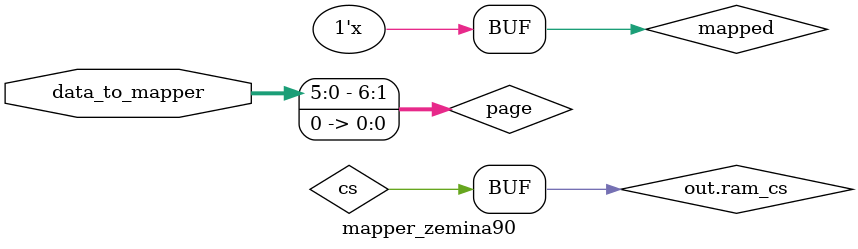
<source format=sv>


module mapper_zemina90 (
    cpu_bus_if.device_mp    cpu_bus,         // Interface for CPU communication
    block_info              block_info,      // Struct containing mapper configuration and parameters
    mapper_out              out,             // Interface for mapper output
    input [7:0]             data_to_mapper
);

    // Mapped if address is not in the lower or upper 16KB
    wire mapped  = ^cpu_bus.addr[15:14];                                                    //0000-3fff & c000-ffff unmaped

	 
	 wire cs      = (block_info.typ == MAPPER_ZEMINA_90) && cpu_bus.mreq && cpu_bus.rd && mapped;
    
    // Output assignments
    assign out.ram_cs = cs;  // RAM chip select signal

    
    wire  [6:0]  page = {data_to_mapper[5:0], 1'b0};
    logic [6:0]  addr;

    always_comb begin 
		addr = 7'd0;
        case (data_to_mapper[7:6])
            2'b00, 2'b01: begin
                case (cpu_bus.addr[15:13])
                    3'b010: addr = page;
                    3'b011: addr = page | 7'd1;
                    3'b100: addr = page;
                    3'b101: addr = page | 7'd1;
						  default:;
                endcase
            end
            2'b10: begin
                case (cpu_bus.addr[15:13])
                    3'b010: addr = page & ~7'h2;
                    3'b011: addr = page & ~7'h2;
                    3'b100: addr = page |  7'd2;
                    3'b101: addr = page |  7'd2;
						  default:;
                endcase
            end
            2'b11: begin
                case (cpu_bus.addr[15:13])
                    3'b010: addr = page;
                    3'b011: addr = page | 7'd1;
                    3'b100: addr = page | 7'd1;
                    3'b101: addr = page;
						  default:;
                endcase
				end
        endcase
    end

    // Calculate the address by adding the offset to the base address (only if chip select is active)
    assign out.addr = cs ? {7'b0, addr, cpu_bus.addr[12:0]} : {27{1'b1}};

endmodule

</source>
